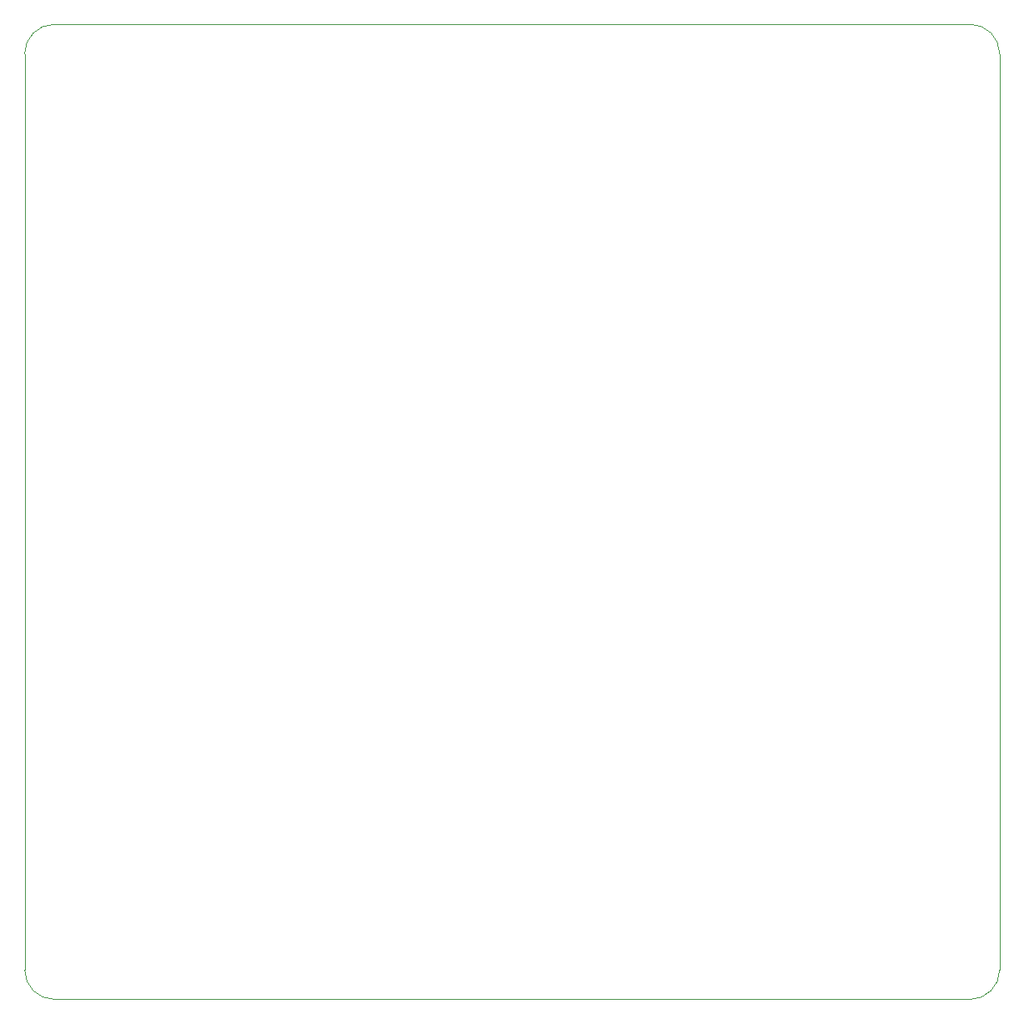
<source format=gbr>
%TF.GenerationSoftware,KiCad,Pcbnew,(6.0.1-0)*%
%TF.CreationDate,2022-09-26T15:58:15+02:00*%
%TF.ProjectId,wifi_camera,77696669-5f63-4616-9d65-72612e6b6963,rev?*%
%TF.SameCoordinates,Original*%
%TF.FileFunction,Profile,NP*%
%FSLAX46Y46*%
G04 Gerber Fmt 4.6, Leading zero omitted, Abs format (unit mm)*
G04 Created by KiCad (PCBNEW (6.0.1-0)) date 2022-09-26 15:58:15*
%MOMM*%
%LPD*%
G01*
G04 APERTURE LIST*
%TA.AperFunction,Profile*%
%ADD10C,0.050000*%
%TD*%
G04 APERTURE END LIST*
D10*
X131927067Y-146000002D02*
X38927065Y-146000002D01*
X134927066Y-50000001D02*
X134927067Y-143000002D01*
X35927065Y-143000002D02*
X35927065Y-50000000D01*
X131927067Y-146000002D02*
G75*
G03*
X134927067Y-143000002I-1J3000001D01*
G01*
X38927065Y-47000000D02*
X131927066Y-47000001D01*
X38927065Y-47000000D02*
G75*
G03*
X35927065Y-50000000I1J-3000001D01*
G01*
X134927066Y-50000001D02*
G75*
G03*
X131927066Y-47000001I-3000001J-1D01*
G01*
X35927065Y-143000002D02*
G75*
G03*
X38927065Y-146000002I3000001J1D01*
G01*
M02*

</source>
